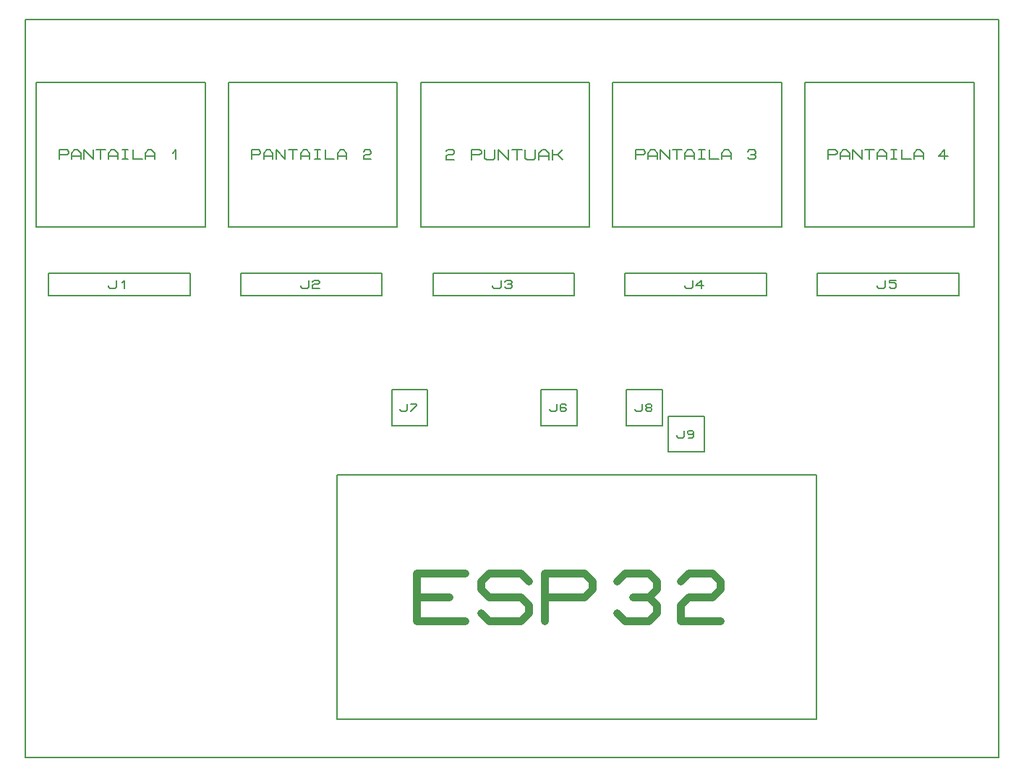
<source format=gbr>
G04 PROTEUS GERBER X2 FILE*
%TF.GenerationSoftware,Labcenter,Proteus,8.6-SP2-Build23525*%
%TF.CreationDate,2025-01-29T09:47:47+00:00*%
%TF.FileFunction,AssemblyDrawing,Top*%
%TF.FilePolarity,Positive*%
%TF.Part,Single*%
%FSLAX45Y45*%
%MOMM*%
G01*
%TA.AperFunction,Material*%
%ADD19C,0.203200*%
%ADD23C,0.935050*%
%ADD24C,0.179870*%
%ADD25C,0.197860*%
%ADD26C,0.158400*%
%ADD27C,0.140100*%
%TA.AperFunction,Profile*%
%ADD17C,0.203200*%
%TD.AperFunction*%
D19*
X-2600160Y-1551600D02*
X+3010160Y-1551600D01*
X+3010160Y+1310160D01*
X-2600160Y+1310160D01*
X-2600160Y-1551600D01*
D23*
X-1104074Y-401236D02*
X-1665105Y-401236D01*
X-1665105Y+159796D01*
X-1104074Y+159796D01*
X-1665105Y-120720D02*
X-1291084Y-120720D01*
X-917063Y-307731D02*
X-823558Y-401236D01*
X-449537Y-401236D01*
X-356032Y-307731D01*
X-356032Y-214225D01*
X-449537Y-120720D01*
X-823558Y-120720D01*
X-917063Y-27215D01*
X-917063Y+66291D01*
X-823558Y+159796D01*
X-449537Y+159796D01*
X-356032Y+66291D01*
X-169021Y-401236D02*
X-169021Y+159796D01*
X+298505Y+159796D01*
X+392010Y+66291D01*
X+392010Y-27215D01*
X+298505Y-120720D01*
X-169021Y-120720D01*
X+672526Y+66291D02*
X+766031Y+159796D01*
X+1046547Y+159796D01*
X+1140052Y+66291D01*
X+1140052Y-27215D01*
X+1046547Y-120720D01*
X+1140052Y-214225D01*
X+1140052Y-307731D01*
X+1046547Y-401236D01*
X+766031Y-401236D01*
X+672526Y-307731D01*
X+859536Y-120720D02*
X+1046547Y-120720D01*
X+1420568Y+66291D02*
X+1514073Y+159796D01*
X+1794589Y+159796D01*
X+1888094Y+66291D01*
X+1888094Y-27215D01*
X+1794589Y-120720D01*
X+1514073Y-120720D01*
X+1420568Y-214225D01*
X+1420568Y-401236D01*
X+1888094Y-401236D01*
D19*
X-6122300Y+4219800D02*
X-4143700Y+4219800D01*
X-4143700Y+5908540D01*
X-6122300Y+5908540D01*
X-6122300Y+4219800D01*
D24*
X-5852485Y+5010208D02*
X-5852485Y+5118131D01*
X-5762550Y+5118131D01*
X-5744563Y+5100144D01*
X-5744563Y+5082157D01*
X-5762550Y+5064170D01*
X-5852485Y+5064170D01*
X-5708588Y+5010208D02*
X-5708588Y+5082157D01*
X-5672614Y+5118131D01*
X-5636640Y+5118131D01*
X-5600666Y+5082157D01*
X-5600666Y+5010208D01*
X-5708588Y+5046182D02*
X-5600666Y+5046182D01*
X-5564691Y+5010208D02*
X-5564691Y+5118131D01*
X-5456769Y+5010208D01*
X-5456769Y+5118131D01*
X-5420794Y+5118131D02*
X-5312872Y+5118131D01*
X-5366833Y+5118131D02*
X-5366833Y+5010208D01*
X-5276897Y+5010208D02*
X-5276897Y+5082157D01*
X-5240923Y+5118131D01*
X-5204949Y+5118131D01*
X-5168975Y+5082157D01*
X-5168975Y+5010208D01*
X-5276897Y+5046182D02*
X-5168975Y+5046182D01*
X-5115013Y+5118131D02*
X-5043065Y+5118131D01*
X-5079039Y+5118131D02*
X-5079039Y+5010208D01*
X-5115013Y+5010208D02*
X-5043065Y+5010208D01*
X-4989103Y+5118131D02*
X-4989103Y+5010208D01*
X-4881181Y+5010208D01*
X-4845206Y+5010208D02*
X-4845206Y+5082157D01*
X-4809232Y+5118131D01*
X-4773258Y+5118131D01*
X-4737284Y+5082157D01*
X-4737284Y+5010208D01*
X-4845206Y+5046182D02*
X-4737284Y+5046182D01*
X-4521438Y+5082157D02*
X-4485464Y+5118131D01*
X-4485464Y+5010208D01*
D19*
X-3872300Y+4219800D02*
X-1893700Y+4219800D01*
X-1893700Y+5908540D01*
X-3872300Y+5908540D01*
X-3872300Y+4219800D01*
D24*
X-3602485Y+5010208D02*
X-3602485Y+5118131D01*
X-3512550Y+5118131D01*
X-3494563Y+5100144D01*
X-3494563Y+5082157D01*
X-3512550Y+5064170D01*
X-3602485Y+5064170D01*
X-3458588Y+5010208D02*
X-3458588Y+5082157D01*
X-3422614Y+5118131D01*
X-3386640Y+5118131D01*
X-3350666Y+5082157D01*
X-3350666Y+5010208D01*
X-3458588Y+5046182D02*
X-3350666Y+5046182D01*
X-3314691Y+5010208D02*
X-3314691Y+5118131D01*
X-3206769Y+5010208D01*
X-3206769Y+5118131D01*
X-3170794Y+5118131D02*
X-3062872Y+5118131D01*
X-3116833Y+5118131D02*
X-3116833Y+5010208D01*
X-3026897Y+5010208D02*
X-3026897Y+5082157D01*
X-2990923Y+5118131D01*
X-2954949Y+5118131D01*
X-2918975Y+5082157D01*
X-2918975Y+5010208D01*
X-3026897Y+5046182D02*
X-2918975Y+5046182D01*
X-2865013Y+5118131D02*
X-2793065Y+5118131D01*
X-2829039Y+5118131D02*
X-2829039Y+5010208D01*
X-2865013Y+5010208D02*
X-2793065Y+5010208D01*
X-2739103Y+5118131D02*
X-2739103Y+5010208D01*
X-2631181Y+5010208D01*
X-2595206Y+5010208D02*
X-2595206Y+5082157D01*
X-2559232Y+5118131D01*
X-2523258Y+5118131D01*
X-2487284Y+5082157D01*
X-2487284Y+5010208D01*
X-2595206Y+5046182D02*
X-2487284Y+5046182D01*
X-2289425Y+5100144D02*
X-2271438Y+5118131D01*
X-2217477Y+5118131D01*
X-2199490Y+5100144D01*
X-2199490Y+5082157D01*
X-2217477Y+5064170D01*
X-2271438Y+5064170D01*
X-2289425Y+5046182D01*
X-2289425Y+5010208D01*
X-2199490Y+5010208D01*
D19*
X+627700Y+4219800D02*
X+2606300Y+4219800D01*
X+2606300Y+5908540D01*
X+627700Y+5908540D01*
X+627700Y+4219800D01*
D24*
X+897515Y+5010208D02*
X+897515Y+5118131D01*
X+987450Y+5118131D01*
X+1005437Y+5100144D01*
X+1005437Y+5082157D01*
X+987450Y+5064170D01*
X+897515Y+5064170D01*
X+1041412Y+5010208D02*
X+1041412Y+5082157D01*
X+1077386Y+5118131D01*
X+1113360Y+5118131D01*
X+1149334Y+5082157D01*
X+1149334Y+5010208D01*
X+1041412Y+5046182D02*
X+1149334Y+5046182D01*
X+1185309Y+5010208D02*
X+1185309Y+5118131D01*
X+1293231Y+5010208D01*
X+1293231Y+5118131D01*
X+1329206Y+5118131D02*
X+1437128Y+5118131D01*
X+1383167Y+5118131D02*
X+1383167Y+5010208D01*
X+1473103Y+5010208D02*
X+1473103Y+5082157D01*
X+1509077Y+5118131D01*
X+1545051Y+5118131D01*
X+1581025Y+5082157D01*
X+1581025Y+5010208D01*
X+1473103Y+5046182D02*
X+1581025Y+5046182D01*
X+1634987Y+5118131D02*
X+1706935Y+5118131D01*
X+1670961Y+5118131D02*
X+1670961Y+5010208D01*
X+1634987Y+5010208D02*
X+1706935Y+5010208D01*
X+1760897Y+5118131D02*
X+1760897Y+5010208D01*
X+1868819Y+5010208D01*
X+1904794Y+5010208D02*
X+1904794Y+5082157D01*
X+1940768Y+5118131D01*
X+1976742Y+5118131D01*
X+2012716Y+5082157D01*
X+2012716Y+5010208D01*
X+1904794Y+5046182D02*
X+2012716Y+5046182D01*
X+2210575Y+5100144D02*
X+2228562Y+5118131D01*
X+2282523Y+5118131D01*
X+2300510Y+5100144D01*
X+2300510Y+5082157D01*
X+2282523Y+5064170D01*
X+2300510Y+5046182D01*
X+2300510Y+5028195D01*
X+2282523Y+5010208D01*
X+2228562Y+5010208D01*
X+2210575Y+5028195D01*
X+2246549Y+5064170D02*
X+2282523Y+5064170D01*
D19*
X+2877700Y+4219800D02*
X+4856300Y+4219800D01*
X+4856300Y+5908540D01*
X+2877700Y+5908540D01*
X+2877700Y+4219800D01*
D24*
X+3147515Y+5010208D02*
X+3147515Y+5118131D01*
X+3237450Y+5118131D01*
X+3255437Y+5100144D01*
X+3255437Y+5082157D01*
X+3237450Y+5064170D01*
X+3147515Y+5064170D01*
X+3291412Y+5010208D02*
X+3291412Y+5082157D01*
X+3327386Y+5118131D01*
X+3363360Y+5118131D01*
X+3399334Y+5082157D01*
X+3399334Y+5010208D01*
X+3291412Y+5046182D02*
X+3399334Y+5046182D01*
X+3435309Y+5010208D02*
X+3435309Y+5118131D01*
X+3543231Y+5010208D01*
X+3543231Y+5118131D01*
X+3579206Y+5118131D02*
X+3687128Y+5118131D01*
X+3633167Y+5118131D02*
X+3633167Y+5010208D01*
X+3723103Y+5010208D02*
X+3723103Y+5082157D01*
X+3759077Y+5118131D01*
X+3795051Y+5118131D01*
X+3831025Y+5082157D01*
X+3831025Y+5010208D01*
X+3723103Y+5046182D02*
X+3831025Y+5046182D01*
X+3884987Y+5118131D02*
X+3956935Y+5118131D01*
X+3920961Y+5118131D02*
X+3920961Y+5010208D01*
X+3884987Y+5010208D02*
X+3956935Y+5010208D01*
X+4010897Y+5118131D02*
X+4010897Y+5010208D01*
X+4118819Y+5010208D01*
X+4154794Y+5010208D02*
X+4154794Y+5082157D01*
X+4190768Y+5118131D01*
X+4226742Y+5118131D01*
X+4262716Y+5082157D01*
X+4262716Y+5010208D01*
X+4154794Y+5046182D02*
X+4262716Y+5046182D01*
X+4550510Y+5046182D02*
X+4442588Y+5046182D01*
X+4514536Y+5118131D01*
X+4514536Y+5010208D01*
D19*
X-1622300Y+4219800D02*
X+356300Y+4219800D01*
X+356300Y+5908540D01*
X-1622300Y+5908540D01*
X-1622300Y+4219800D01*
D25*
X-1325510Y+5103742D02*
X-1305724Y+5123528D01*
X-1246366Y+5123528D01*
X-1226580Y+5103742D01*
X-1226580Y+5083956D01*
X-1246366Y+5064170D01*
X-1305724Y+5064170D01*
X-1325510Y+5044384D01*
X-1325510Y+5004812D01*
X-1226580Y+5004812D01*
X-1028720Y+5004812D02*
X-1028720Y+5123528D01*
X-929790Y+5123528D01*
X-910004Y+5103742D01*
X-910004Y+5083956D01*
X-929790Y+5064170D01*
X-1028720Y+5064170D01*
X-870432Y+5123528D02*
X-870432Y+5024598D01*
X-850646Y+5004812D01*
X-771502Y+5004812D01*
X-751716Y+5024598D01*
X-751716Y+5123528D01*
X-712144Y+5004812D02*
X-712144Y+5123528D01*
X-593428Y+5004812D01*
X-593428Y+5123528D01*
X-553856Y+5123528D02*
X-435140Y+5123528D01*
X-494498Y+5123528D02*
X-494498Y+5004812D01*
X-395568Y+5123528D02*
X-395568Y+5024598D01*
X-375782Y+5004812D01*
X-296638Y+5004812D01*
X-276852Y+5024598D01*
X-276852Y+5123528D01*
X-237280Y+5004812D02*
X-237280Y+5083956D01*
X-197708Y+5123528D01*
X-158136Y+5123528D01*
X-118564Y+5083956D01*
X-118564Y+5004812D01*
X-237280Y+5044384D02*
X-118564Y+5044384D01*
X-78992Y+5123528D02*
X-78992Y+5004812D01*
X+39724Y+5123528D02*
X-19634Y+5064170D01*
X+39724Y+5004812D01*
X-78992Y+5064170D02*
X-19634Y+5064170D01*
D19*
X-5977470Y+3413000D02*
X-4322530Y+3413000D01*
X-4322530Y+3677000D01*
X-5977470Y+3677000D01*
X-5977470Y+3413000D01*
D26*
X-5276720Y+3529160D02*
X-5276720Y+3513320D01*
X-5260880Y+3497480D01*
X-5197520Y+3497480D01*
X-5181680Y+3513320D01*
X-5181680Y+3592520D01*
X-5118320Y+3560840D02*
X-5086640Y+3592520D01*
X-5086640Y+3497480D01*
D19*
X-3727470Y+3413000D02*
X-2072530Y+3413000D01*
X-2072530Y+3677000D01*
X-3727470Y+3677000D01*
X-3727470Y+3413000D01*
D26*
X-3026720Y+3529160D02*
X-3026720Y+3513320D01*
X-3010880Y+3497480D01*
X-2947520Y+3497480D01*
X-2931680Y+3513320D01*
X-2931680Y+3592520D01*
X-2884160Y+3576680D02*
X-2868320Y+3592520D01*
X-2820800Y+3592520D01*
X-2804960Y+3576680D01*
X-2804960Y+3560840D01*
X-2820800Y+3545000D01*
X-2868320Y+3545000D01*
X-2884160Y+3529160D01*
X-2884160Y+3497480D01*
X-2804960Y+3497480D01*
D19*
X-1477470Y+3413000D02*
X+177470Y+3413000D01*
X+177470Y+3677000D01*
X-1477470Y+3677000D01*
X-1477470Y+3413000D01*
D26*
X-776720Y+3529160D02*
X-776720Y+3513320D01*
X-760880Y+3497480D01*
X-697520Y+3497480D01*
X-681680Y+3513320D01*
X-681680Y+3592520D01*
X-634160Y+3576680D02*
X-618320Y+3592520D01*
X-570800Y+3592520D01*
X-554960Y+3576680D01*
X-554960Y+3560840D01*
X-570800Y+3545000D01*
X-554960Y+3529160D01*
X-554960Y+3513320D01*
X-570800Y+3497480D01*
X-618320Y+3497480D01*
X-634160Y+3513320D01*
X-602480Y+3545000D02*
X-570800Y+3545000D01*
D19*
X+772530Y+3413000D02*
X+2427470Y+3413000D01*
X+2427470Y+3677000D01*
X+772530Y+3677000D01*
X+772530Y+3413000D01*
D26*
X+1473280Y+3529160D02*
X+1473280Y+3513320D01*
X+1489120Y+3497480D01*
X+1552480Y+3497480D01*
X+1568320Y+3513320D01*
X+1568320Y+3592520D01*
X+1695040Y+3529160D02*
X+1600000Y+3529160D01*
X+1663360Y+3592520D01*
X+1663360Y+3497480D01*
D19*
X+3022530Y+3413000D02*
X+4677470Y+3413000D01*
X+4677470Y+3677000D01*
X+3022530Y+3677000D01*
X+3022530Y+3413000D01*
D26*
X+3723280Y+3529160D02*
X+3723280Y+3513320D01*
X+3739120Y+3497480D01*
X+3802480Y+3497480D01*
X+3818320Y+3513320D01*
X+3818320Y+3592520D01*
X+3945040Y+3592520D02*
X+3865840Y+3592520D01*
X+3865840Y+3560840D01*
X+3929200Y+3560840D01*
X+3945040Y+3545000D01*
X+3945040Y+3513320D01*
X+3929200Y+3497480D01*
X+3881680Y+3497480D01*
X+3865840Y+3513320D01*
D19*
X-210160Y+1889840D02*
X+210160Y+1889840D01*
X+210160Y+2310160D01*
X-210160Y+2310160D01*
X-210160Y+1889840D01*
D27*
X-112084Y+2085989D02*
X-112084Y+2071978D01*
X-98074Y+2057968D01*
X-42032Y+2057968D01*
X-28021Y+2071978D01*
X-28021Y+2142031D01*
X+84063Y+2128021D02*
X+70052Y+2142031D01*
X+28021Y+2142031D01*
X+14010Y+2128021D01*
X+14010Y+2071978D01*
X+28021Y+2057968D01*
X+70052Y+2057968D01*
X+84063Y+2071978D01*
X+84063Y+2085989D01*
X+70052Y+2100000D01*
X+14010Y+2100000D01*
D19*
X-1960160Y+1889840D02*
X-1539840Y+1889840D01*
X-1539840Y+2310160D01*
X-1960160Y+2310160D01*
X-1960160Y+1889840D01*
D27*
X-1862084Y+2085989D02*
X-1862084Y+2071978D01*
X-1848074Y+2057968D01*
X-1792032Y+2057968D01*
X-1778021Y+2071978D01*
X-1778021Y+2142031D01*
X-1735990Y+2142031D02*
X-1665937Y+2142031D01*
X-1665937Y+2128021D01*
X-1735990Y+2057968D01*
D19*
X+789840Y+1889840D02*
X+1210160Y+1889840D01*
X+1210160Y+2310160D01*
X+789840Y+2310160D01*
X+789840Y+1889840D01*
D27*
X+887916Y+2085989D02*
X+887916Y+2071978D01*
X+901926Y+2057968D01*
X+957968Y+2057968D01*
X+971979Y+2071978D01*
X+971979Y+2142031D01*
X+1028021Y+2100000D02*
X+1014010Y+2114010D01*
X+1014010Y+2128021D01*
X+1028021Y+2142031D01*
X+1070052Y+2142031D01*
X+1084063Y+2128021D01*
X+1084063Y+2114010D01*
X+1070052Y+2100000D01*
X+1028021Y+2100000D01*
X+1014010Y+2085989D01*
X+1014010Y+2071978D01*
X+1028021Y+2057968D01*
X+1070052Y+2057968D01*
X+1084063Y+2071978D01*
X+1084063Y+2085989D01*
X+1070052Y+2100000D01*
D19*
X+1279840Y+1579840D02*
X+1700160Y+1579840D01*
X+1700160Y+2000160D01*
X+1279840Y+2000160D01*
X+1279840Y+1579840D01*
D27*
X+1377916Y+1775989D02*
X+1377916Y+1761978D01*
X+1391926Y+1747968D01*
X+1447968Y+1747968D01*
X+1461979Y+1761978D01*
X+1461979Y+1832031D01*
X+1574063Y+1804010D02*
X+1560052Y+1790000D01*
X+1518021Y+1790000D01*
X+1504010Y+1804010D01*
X+1504010Y+1818021D01*
X+1518021Y+1832031D01*
X+1560052Y+1832031D01*
X+1574063Y+1818021D01*
X+1574063Y+1761978D01*
X+1560052Y+1747968D01*
X+1518021Y+1747968D01*
D17*
X-6250000Y-2000000D02*
X-6250000Y+6650000D01*
X+5150000Y+6650000D01*
X+5150000Y-2000000D01*
X-6250000Y-2000000D01*
M02*

</source>
